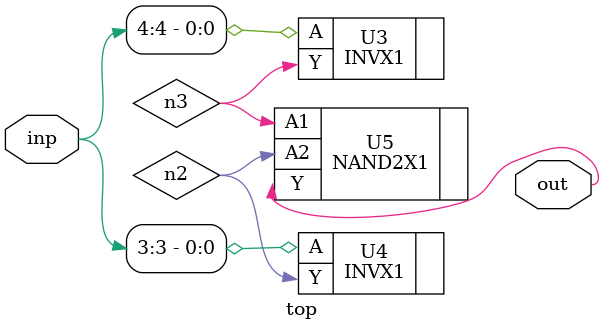
<source format=sv>


module top ( inp, out );
  input [4:0] inp;
  output out;
  wire   n2, n3;

  INVX1 U3 ( .A(inp[4]), .Y(n3) );
  INVX1 U4 ( .A(inp[3]), .Y(n2) );
  NAND2X1 U5 ( .A1(n3), .A2(n2), .Y(out) );
endmodule


</source>
